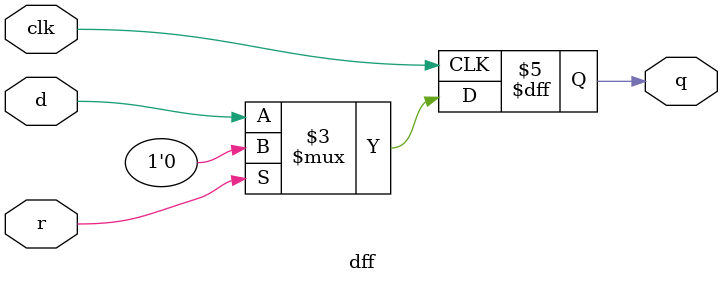
<source format=sv>
`timescale 1ns / 1ps
module dff( input logic clk, 
            input logic r,
            input logic d,
            output logic q
            );
    always_ff@(posedge clk)
        if(r) q <= 0;
        else q <= d;
endmodule

</source>
